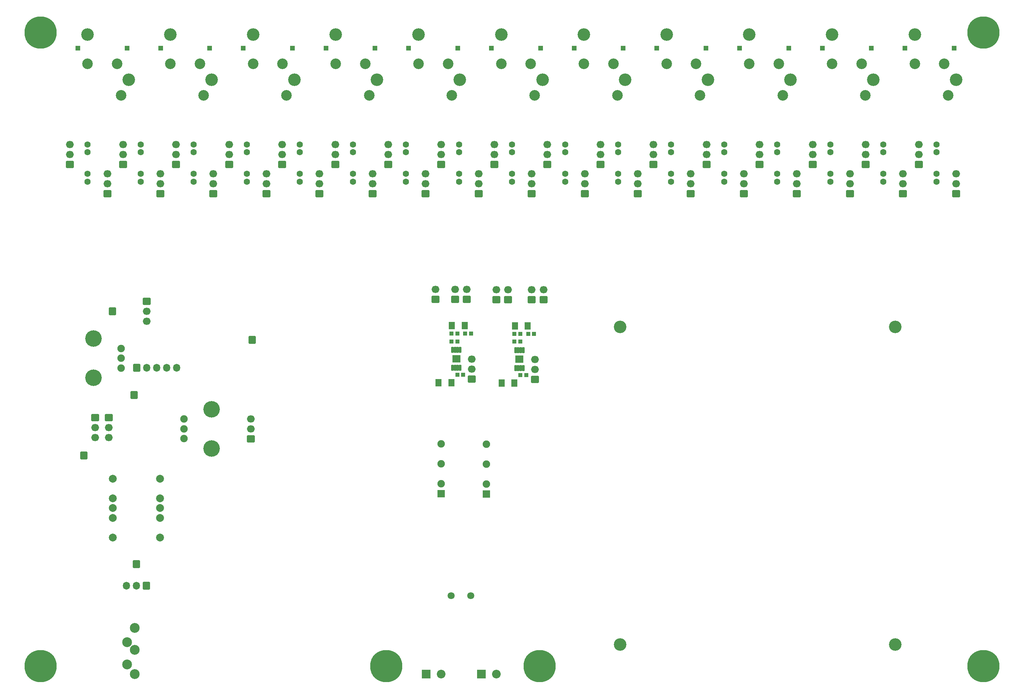
<source format=gbs>
G04*
G04 #@! TF.GenerationSoftware,Altium Limited,Altium Designer,19.1.6 (110)*
G04*
G04 Layer_Color=16711935*
%FSLAX43Y43*%
%MOMM*%
G71*
G01*
G75*
%ADD22R,1.103X1.003*%
%ADD24R,1.603X1.903*%
%ADD25R,2.103X1.853*%
G04:AMPARAMS|DCode=26|XSize=0.653mm|YSize=1.603mm|CornerRadius=0.147mm|HoleSize=0mm|Usage=FLASHONLY|Rotation=0.000|XOffset=0mm|YOffset=0mm|HoleType=Round|Shape=RoundedRectangle|*
%AMROUNDEDRECTD26*
21,1,0.653,1.310,0,0,0.0*
21,1,0.360,1.603,0,0,0.0*
1,1,0.293,0.180,-0.655*
1,1,0.293,-0.180,-0.655*
1,1,0.293,-0.180,0.655*
1,1,0.293,0.180,0.655*
%
%ADD26ROUNDEDRECTD26*%
%ADD27C,2.203*%
%ADD28R,2.203X2.203*%
G04:AMPARAMS|DCode=29|XSize=1.803mm|YSize=2.003mm|CornerRadius=0.182mm|HoleSize=0mm|Usage=FLASHONLY|Rotation=0.000|XOffset=0mm|YOffset=0mm|HoleType=Round|Shape=RoundedRectangle|*
%AMROUNDEDRECTD29*
21,1,1.803,1.640,0,0,0.0*
21,1,1.440,2.003,0,0,0.0*
1,1,0.363,0.720,-0.820*
1,1,0.363,-0.720,-0.820*
1,1,0.363,-0.720,0.820*
1,1,0.363,0.720,0.820*
%
%ADD29ROUNDEDRECTD29*%
%ADD30O,1.803X2.003*%
%ADD31C,4.203*%
%ADD32C,1.903*%
%ADD33O,2.003X1.803*%
G04:AMPARAMS|DCode=34|XSize=1.803mm|YSize=2.003mm|CornerRadius=0.182mm|HoleSize=0mm|Usage=FLASHONLY|Rotation=90.000|XOffset=0mm|YOffset=0mm|HoleType=Round|Shape=RoundedRectangle|*
%AMROUNDEDRECTD34*
21,1,1.803,1.640,0,0,90.0*
21,1,1.440,2.003,0,0,90.0*
1,1,0.363,0.820,0.720*
1,1,0.363,0.820,-0.720*
1,1,0.363,-0.820,-0.720*
1,1,0.363,-0.820,0.720*
%
%ADD34ROUNDEDRECTD34*%
%ADD35C,8.203*%
%ADD36C,2.703*%
%ADD37C,3.203*%
%ADD38R,1.203X1.203*%
%ADD39C,1.603*%
%ADD40C,1.803*%
%ADD41C,2.503*%
%ADD42C,2.003*%
%ADD43R,1.903X1.903*%
D22*
X227125Y113740D02*
D03*
X225625D02*
D03*
X228625Y105240D02*
D03*
X227125D02*
D03*
X227125Y115740D02*
D03*
X225625D02*
D03*
X230625D02*
D03*
X229125D02*
D03*
X211068Y113790D02*
D03*
X209568D02*
D03*
X212568Y105290D02*
D03*
X211068D02*
D03*
X211068Y115790D02*
D03*
X209568D02*
D03*
X214568D02*
D03*
X213068D02*
D03*
D24*
X225607Y103200D02*
D03*
X222375D02*
D03*
X225759Y117740D02*
D03*
X228991D02*
D03*
X209550Y103250D02*
D03*
X206318D02*
D03*
X209702Y117790D02*
D03*
X212934D02*
D03*
D25*
X226875Y109290D02*
D03*
X210818Y109340D02*
D03*
D26*
X225900Y107015D02*
D03*
X226550D02*
D03*
X227200D02*
D03*
X227850D02*
D03*
Y111565D02*
D03*
X227200D02*
D03*
X226550D02*
D03*
X225900D02*
D03*
X209843Y107065D02*
D03*
X210493D02*
D03*
X211143D02*
D03*
X211793D02*
D03*
Y111615D02*
D03*
X211143D02*
D03*
X210493D02*
D03*
X209843D02*
D03*
D27*
X221000Y29000D02*
D03*
X207000D02*
D03*
D28*
X217190D02*
D03*
X203190D02*
D03*
D29*
X129400Y57000D02*
D03*
X131940Y51500D02*
D03*
X128800Y100100D02*
D03*
X116000Y84700D02*
D03*
X158900Y114200D02*
D03*
X123300Y121500D02*
D03*
X129480Y107100D02*
D03*
D30*
X129400Y51500D02*
D03*
X126860D02*
D03*
X132020Y107100D02*
D03*
X134560D02*
D03*
X139640D02*
D03*
X137100D02*
D03*
D31*
X148500Y86500D02*
D03*
Y96500D02*
D03*
X118500Y104500D02*
D03*
Y114500D02*
D03*
D32*
X141500Y89000D02*
D03*
Y94000D02*
D03*
Y91500D02*
D03*
X125500Y109500D02*
D03*
Y107000D02*
D03*
Y112000D02*
D03*
X207000Y77500D02*
D03*
Y87660D02*
D03*
Y82580D02*
D03*
X218500Y77420D02*
D03*
Y87580D02*
D03*
Y82500D02*
D03*
D33*
X158500Y94040D02*
D03*
Y91500D02*
D03*
X132000Y118960D02*
D03*
Y121500D02*
D03*
X233000Y127000D02*
D03*
X230000D02*
D03*
X224000D02*
D03*
X221000D02*
D03*
X213500Y127040D02*
D03*
X205500D02*
D03*
X210500D02*
D03*
X230816Y106675D02*
D03*
Y109215D02*
D03*
X328500Y161460D02*
D03*
Y164000D02*
D03*
X338000Y154000D02*
D03*
Y156540D02*
D03*
X315000Y161460D02*
D03*
Y164000D02*
D03*
X324500Y154000D02*
D03*
Y156540D02*
D03*
X301500Y161460D02*
D03*
Y164000D02*
D03*
X311000Y154000D02*
D03*
Y156540D02*
D03*
X288000Y161460D02*
D03*
Y164000D02*
D03*
X297500Y154000D02*
D03*
Y156540D02*
D03*
X274500Y161460D02*
D03*
Y164000D02*
D03*
X284000Y154000D02*
D03*
Y156540D02*
D03*
X261000Y161460D02*
D03*
Y164000D02*
D03*
X270500Y154000D02*
D03*
Y156540D02*
D03*
X247500Y161460D02*
D03*
Y164000D02*
D03*
X257000Y154000D02*
D03*
Y156540D02*
D03*
X234000Y161460D02*
D03*
Y164000D02*
D03*
X243500Y154000D02*
D03*
Y156540D02*
D03*
X220500Y161460D02*
D03*
Y164000D02*
D03*
X230000Y154000D02*
D03*
Y156540D02*
D03*
X207000Y161460D02*
D03*
Y164000D02*
D03*
X216500Y154000D02*
D03*
Y156540D02*
D03*
X193500Y161460D02*
D03*
Y164000D02*
D03*
X203000Y154000D02*
D03*
Y156540D02*
D03*
X180000Y161460D02*
D03*
Y164000D02*
D03*
X189500Y154000D02*
D03*
Y156540D02*
D03*
X166500Y161460D02*
D03*
Y164000D02*
D03*
X176000Y154000D02*
D03*
Y156540D02*
D03*
X153000Y161460D02*
D03*
Y164000D02*
D03*
X162500Y154000D02*
D03*
Y156540D02*
D03*
X139500Y161460D02*
D03*
Y164000D02*
D03*
X149000Y154000D02*
D03*
Y156540D02*
D03*
X126000Y161460D02*
D03*
Y164000D02*
D03*
X135500Y154000D02*
D03*
Y156540D02*
D03*
X122000Y154000D02*
D03*
Y156540D02*
D03*
X112500Y161460D02*
D03*
Y164000D02*
D03*
X214759Y109265D02*
D03*
Y106725D02*
D03*
X118900Y89260D02*
D03*
Y91800D02*
D03*
X122400Y89260D02*
D03*
Y91800D02*
D03*
D34*
X158500Y88960D02*
D03*
X132000Y124040D02*
D03*
X233000Y124460D02*
D03*
X230000D02*
D03*
X224000D02*
D03*
X221000D02*
D03*
X213500Y124500D02*
D03*
X205500D02*
D03*
X210500D02*
D03*
X230816Y104135D02*
D03*
X328500Y158920D02*
D03*
X338000Y151460D02*
D03*
X315000Y158920D02*
D03*
X324500Y151460D02*
D03*
X301500Y158920D02*
D03*
X311000Y151460D02*
D03*
X288000Y158920D02*
D03*
X297500Y151460D02*
D03*
X274500Y158920D02*
D03*
X284000Y151460D02*
D03*
X261000Y158920D02*
D03*
X270500Y151460D02*
D03*
X247500Y158920D02*
D03*
X257000Y151460D02*
D03*
X234000Y158920D02*
D03*
X243500Y151460D02*
D03*
X220500Y158920D02*
D03*
X230000Y151460D02*
D03*
X207000Y158920D02*
D03*
X216500Y151460D02*
D03*
X193500Y158920D02*
D03*
X203000Y151460D02*
D03*
X180000Y158920D02*
D03*
X189500Y151460D02*
D03*
X166500Y158920D02*
D03*
X176000Y151460D02*
D03*
X153000Y158920D02*
D03*
X162500Y151460D02*
D03*
X139500Y158920D02*
D03*
X149000Y151460D02*
D03*
X126000Y158920D02*
D03*
X135500Y151460D02*
D03*
X122000Y151460D02*
D03*
X112500Y158920D02*
D03*
X214759Y104185D02*
D03*
X118900Y94340D02*
D03*
X122400D02*
D03*
D35*
X105000Y192500D02*
D03*
X345000D02*
D03*
Y31000D02*
D03*
X232000D02*
D03*
X193000D02*
D03*
X105000D02*
D03*
D36*
X209700Y176500D02*
D03*
X208700Y184500D02*
D03*
X201200D02*
D03*
X230750Y176500D02*
D03*
X229750Y184500D02*
D03*
X222250D02*
D03*
X251800Y176500D02*
D03*
X250800Y184500D02*
D03*
X243300D02*
D03*
X272850Y176500D02*
D03*
X271850Y184500D02*
D03*
X264350D02*
D03*
X293900Y176500D02*
D03*
X292900Y184500D02*
D03*
X285400D02*
D03*
X314950Y176500D02*
D03*
X313950Y184500D02*
D03*
X306450D02*
D03*
X336000Y176500D02*
D03*
X335000Y184500D02*
D03*
X327500D02*
D03*
X188650Y176500D02*
D03*
X187650Y184500D02*
D03*
X180150D02*
D03*
X167600Y176500D02*
D03*
X166600Y184500D02*
D03*
X159100D02*
D03*
X146550Y176500D02*
D03*
X145550Y184500D02*
D03*
X138050D02*
D03*
X125500Y176500D02*
D03*
X124500Y184500D02*
D03*
X117000D02*
D03*
D37*
X211700Y180500D02*
D03*
X201200Y192000D02*
D03*
X232750Y180500D02*
D03*
X222250Y192000D02*
D03*
X253800Y180500D02*
D03*
X243300Y192000D02*
D03*
X274850Y180500D02*
D03*
X264350Y192000D02*
D03*
X295900Y180500D02*
D03*
X285400Y192000D02*
D03*
X316950Y180500D02*
D03*
X306450Y192000D02*
D03*
X338000Y180500D02*
D03*
X327500Y192000D02*
D03*
X190650Y180500D02*
D03*
X180150Y192000D02*
D03*
X169600Y180500D02*
D03*
X159100Y192000D02*
D03*
X148550Y180500D02*
D03*
X138050Y192000D02*
D03*
X127500Y180500D02*
D03*
X117000Y192000D02*
D03*
X252500Y117500D02*
D03*
X322500D02*
D03*
Y36500D02*
D03*
X252500D02*
D03*
D38*
X198700Y188500D02*
D03*
X211200D02*
D03*
X219750D02*
D03*
X232250D02*
D03*
X240800D02*
D03*
X253300D02*
D03*
X261850D02*
D03*
X274350D02*
D03*
X282900D02*
D03*
X295400D02*
D03*
X303950D02*
D03*
X316450D02*
D03*
X325000D02*
D03*
X337500D02*
D03*
X177650D02*
D03*
X190150D02*
D03*
X156600D02*
D03*
X169100D02*
D03*
X135550D02*
D03*
X148050D02*
D03*
X114500D02*
D03*
X127000D02*
D03*
D39*
X333000Y162000D02*
D03*
Y164000D02*
D03*
Y154500D02*
D03*
Y156500D02*
D03*
X319500Y162000D02*
D03*
Y164000D02*
D03*
Y154500D02*
D03*
Y156500D02*
D03*
X306000Y162000D02*
D03*
Y164000D02*
D03*
Y154500D02*
D03*
Y156500D02*
D03*
X292500Y162000D02*
D03*
Y164000D02*
D03*
Y154500D02*
D03*
Y156500D02*
D03*
X279000Y162000D02*
D03*
Y164000D02*
D03*
Y154500D02*
D03*
Y156500D02*
D03*
X265500Y162000D02*
D03*
Y164000D02*
D03*
Y154500D02*
D03*
Y156500D02*
D03*
X252000Y162000D02*
D03*
Y164000D02*
D03*
Y154500D02*
D03*
Y156500D02*
D03*
X238500Y162000D02*
D03*
Y164000D02*
D03*
Y154500D02*
D03*
Y156500D02*
D03*
X225000Y162000D02*
D03*
Y164000D02*
D03*
Y154500D02*
D03*
Y156500D02*
D03*
X211500Y162000D02*
D03*
Y164000D02*
D03*
Y154500D02*
D03*
Y156500D02*
D03*
X198000Y162000D02*
D03*
Y164000D02*
D03*
Y154500D02*
D03*
Y156500D02*
D03*
X184500Y162000D02*
D03*
Y164000D02*
D03*
Y154500D02*
D03*
Y156500D02*
D03*
X171000Y162000D02*
D03*
Y164000D02*
D03*
Y154500D02*
D03*
Y156500D02*
D03*
X157500Y162000D02*
D03*
Y164000D02*
D03*
Y154500D02*
D03*
Y156500D02*
D03*
X144000Y162000D02*
D03*
Y164000D02*
D03*
Y154500D02*
D03*
Y156500D02*
D03*
X130500Y162000D02*
D03*
Y164000D02*
D03*
Y154500D02*
D03*
Y156500D02*
D03*
X117000Y164000D02*
D03*
Y162000D02*
D03*
Y156500D02*
D03*
Y154500D02*
D03*
D40*
X214500Y49000D02*
D03*
X209500D02*
D03*
D41*
X127000Y37100D02*
D03*
Y31500D02*
D03*
X129000Y29000D02*
D03*
Y35200D02*
D03*
Y40800D02*
D03*
D42*
X123400Y78800D02*
D03*
Y68800D02*
D03*
Y71300D02*
D03*
Y73800D02*
D03*
Y63800D02*
D03*
X135400Y78800D02*
D03*
Y68800D02*
D03*
Y71300D02*
D03*
Y73800D02*
D03*
Y63800D02*
D03*
D43*
X207000Y74960D02*
D03*
X218500Y74880D02*
D03*
M02*

</source>
